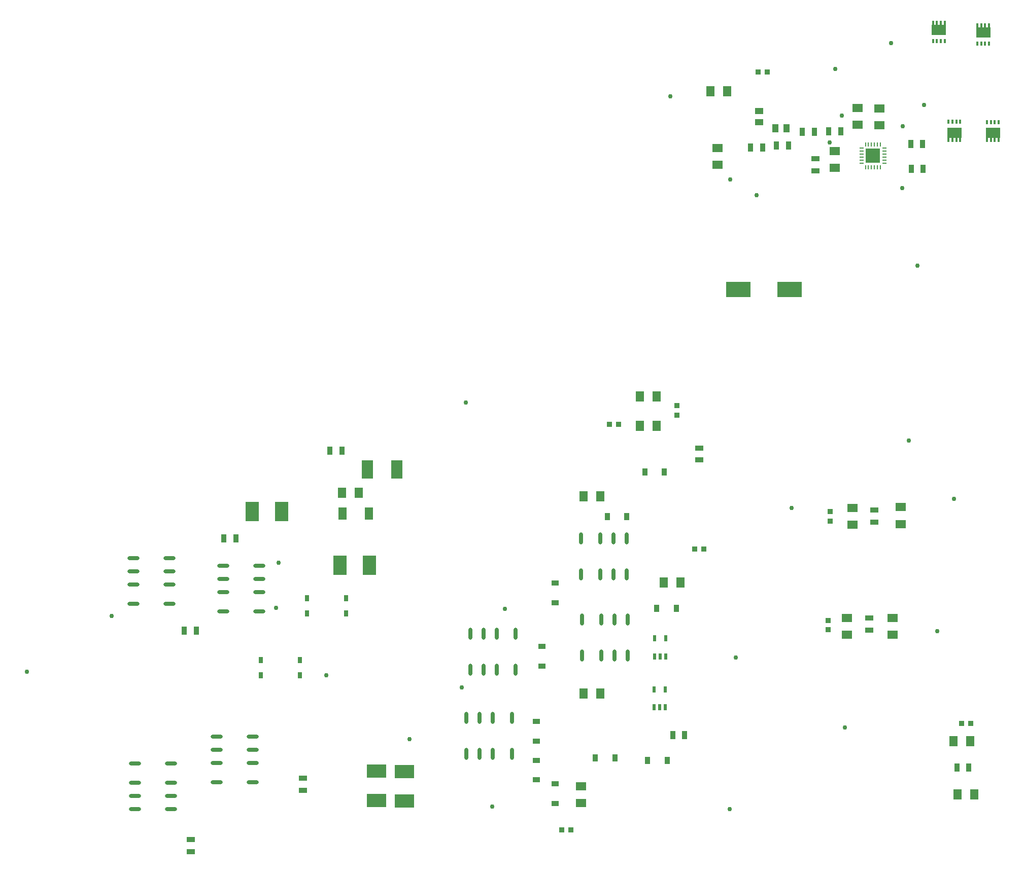
<source format=gtp>
G04*
G04 #@! TF.GenerationSoftware,Altium Limited,Altium Designer,21.7.2 (23)*
G04*
G04 Layer_Color=8421504*
%FSLAX25Y25*%
%MOIN*%
G70*
G04*
G04 #@! TF.SameCoordinates,E30EF456-83D5-485C-94B1-8EC378115786*
G04*
G04*
G04 #@! TF.FilePolarity,Positive*
G04*
G01*
G75*
%ADD17R,0.01654X0.02756*%
%ADD18R,0.09331X0.06732*%
%ADD19C,0.03000*%
%ADD20O,0.02756X0.07874*%
%ADD21R,0.04803X0.03583*%
%ADD22R,0.03543X0.05315*%
%ADD23R,0.00984X0.02756*%
%ADD24R,0.09646X0.09646*%
%ADD25R,0.02756X0.00984*%
%ADD26R,0.06890X0.05709*%
%ADD27R,0.05709X0.06890*%
%ADD28R,0.12795X0.08661*%
%ADD29O,0.07874X0.02756*%
%ADD30R,0.08661X0.12795*%
%ADD31R,0.03583X0.04803*%
%ADD32R,0.05315X0.03543*%
%ADD33R,0.03543X0.03740*%
%ADD34R,0.03740X0.03543*%
%ADD35R,0.02362X0.03937*%
%ADD36R,0.07717X0.12402*%
%ADD37R,0.05512X0.08268*%
%ADD38R,0.03150X0.03937*%
%ADD39R,0.16339X0.09843*%
%ADD40R,0.04134X0.05512*%
%ADD41R,0.05512X0.04134*%
D17*
X659941Y-101083D02*
D03*
X662500D02*
D03*
X665059D02*
D03*
X667618D02*
D03*
Y-112894D02*
D03*
X665059D02*
D03*
X659941D02*
D03*
X662500D02*
D03*
X637303Y-112795D02*
D03*
X634744D02*
D03*
X639862D02*
D03*
X642421D02*
D03*
Y-100984D02*
D03*
X639862D02*
D03*
X637303D02*
D03*
X634744D02*
D03*
X661319Y-49409D02*
D03*
X658760D02*
D03*
X656201D02*
D03*
X653642D02*
D03*
Y-37598D02*
D03*
X656201D02*
D03*
X661319D02*
D03*
X658760D02*
D03*
X629626Y-35925D02*
D03*
X632185D02*
D03*
X627067D02*
D03*
X624508D02*
D03*
Y-47736D02*
D03*
X627067D02*
D03*
X629626D02*
D03*
X632185D02*
D03*
D18*
X663779Y-108268D02*
D03*
X638583Y-108169D02*
D03*
X657480Y-42224D02*
D03*
X628346Y-40551D02*
D03*
D19*
X618504Y-89764D02*
D03*
X508661Y-149213D02*
D03*
X451968Y-84252D02*
D03*
X560236Y-66142D02*
D03*
X556693Y-114567D02*
D03*
X491339Y-138976D02*
D03*
X604331Y-144488D02*
D03*
X604724Y-103937D02*
D03*
X608661Y-310630D02*
D03*
X638189Y-348819D02*
D03*
X597047Y-49016D02*
D03*
X614173Y-195669D02*
D03*
X566535Y-499213D02*
D03*
X564567Y-96850D02*
D03*
X335039Y-551181D02*
D03*
X192913Y-420472D02*
D03*
X343307Y-421260D02*
D03*
X194488Y-390945D02*
D03*
X225984Y-464961D02*
D03*
X314961Y-472835D02*
D03*
X317717Y-285433D02*
D03*
X531496Y-354724D02*
D03*
X490945Y-552756D02*
D03*
X85039Y-425984D02*
D03*
X627165Y-435827D02*
D03*
X494882Y-453150D02*
D03*
X280709Y-506693D02*
D03*
X29134Y-462598D02*
D03*
D20*
X348031Y-492913D02*
D03*
X335433D02*
D03*
X326772D02*
D03*
X318110D02*
D03*
X348031Y-516535D02*
D03*
X335433Y-516535D02*
D03*
X326772D02*
D03*
X318110D02*
D03*
X350394Y-437402D02*
D03*
X337795D02*
D03*
X329134D02*
D03*
X320472D02*
D03*
X350394Y-461024D02*
D03*
X337795Y-461024D02*
D03*
X329134D02*
D03*
X320472D02*
D03*
X423228Y-374803D02*
D03*
X414567D02*
D03*
X405905D02*
D03*
X393307Y-374803D02*
D03*
X423228Y-398425D02*
D03*
X414567D02*
D03*
X405905D02*
D03*
X393307D02*
D03*
X394094Y-451968D02*
D03*
X406693D02*
D03*
X415354D02*
D03*
X424016D02*
D03*
X394094Y-428346D02*
D03*
X406693Y-428346D02*
D03*
X415354D02*
D03*
X424016D02*
D03*
D21*
X363779Y-495118D02*
D03*
Y-508032D02*
D03*
X367717Y-445905D02*
D03*
Y-458819D02*
D03*
X376378Y-536299D02*
D03*
Y-549213D02*
D03*
Y-417087D02*
D03*
Y-404173D02*
D03*
X363779Y-520709D02*
D03*
Y-533622D02*
D03*
D22*
X555905Y-107087D02*
D03*
X563779D02*
D03*
X140551Y-435433D02*
D03*
X132677D02*
D03*
X504724Y-117717D02*
D03*
X512598D02*
D03*
X521654Y-116535D02*
D03*
X529528D02*
D03*
X617717Y-115354D02*
D03*
X609842D02*
D03*
X618110Y-131890D02*
D03*
X610236D02*
D03*
X546457Y-107480D02*
D03*
X538583D02*
D03*
X461417Y-504331D02*
D03*
X453543D02*
D03*
X158661Y-374803D02*
D03*
X166535D02*
D03*
X236221Y-317323D02*
D03*
X228346D02*
D03*
X648032Y-525541D02*
D03*
X640158D02*
D03*
D23*
X586024Y-130709D02*
D03*
X589961D02*
D03*
X582087D02*
D03*
X587992D02*
D03*
X584055D02*
D03*
X580118D02*
D03*
X586024Y-115748D02*
D03*
X584055D02*
D03*
X580118D02*
D03*
X582087D02*
D03*
X587992D02*
D03*
X589961D02*
D03*
D24*
X585039Y-123228D02*
D03*
D25*
X592520Y-118307D02*
D03*
Y-120276D02*
D03*
Y-122244D02*
D03*
Y-124213D02*
D03*
Y-126181D02*
D03*
Y-128150D02*
D03*
X577559D02*
D03*
Y-126181D02*
D03*
Y-124213D02*
D03*
Y-122244D02*
D03*
Y-120276D02*
D03*
Y-118307D02*
D03*
D26*
X559842Y-120079D02*
D03*
Y-131102D02*
D03*
X393307Y-548819D02*
D03*
Y-537795D02*
D03*
X589370Y-92126D02*
D03*
Y-103150D02*
D03*
X574803Y-91732D02*
D03*
Y-102756D02*
D03*
X603150Y-354331D02*
D03*
Y-365354D02*
D03*
X571654Y-365748D02*
D03*
Y-354724D02*
D03*
X568110Y-438189D02*
D03*
Y-427165D02*
D03*
X598032D02*
D03*
Y-438189D02*
D03*
X483071Y-118110D02*
D03*
Y-129134D02*
D03*
D27*
X478346Y-80709D02*
D03*
X489370D02*
D03*
X431890Y-300787D02*
D03*
X442913D02*
D03*
X394882Y-347244D02*
D03*
X405905D02*
D03*
Y-476772D02*
D03*
X394882D02*
D03*
X637795Y-508268D02*
D03*
X648819D02*
D03*
X640551Y-543307D02*
D03*
X651575D02*
D03*
X431890Y-281496D02*
D03*
X442913D02*
D03*
X458661Y-403937D02*
D03*
X447638D02*
D03*
X247244Y-344882D02*
D03*
X236221D02*
D03*
D28*
X259055Y-527756D02*
D03*
Y-547047D02*
D03*
X277165Y-547441D02*
D03*
Y-528150D02*
D03*
D29*
X124016Y-552756D02*
D03*
Y-544095D02*
D03*
Y-535433D02*
D03*
X124016Y-522835D02*
D03*
X100394Y-552756D02*
D03*
Y-544095D02*
D03*
Y-535433D02*
D03*
Y-522835D02*
D03*
X153937Y-505118D02*
D03*
Y-513779D02*
D03*
Y-522441D02*
D03*
X153937Y-535039D02*
D03*
X177559Y-505118D02*
D03*
Y-513779D02*
D03*
Y-522441D02*
D03*
Y-535039D02*
D03*
X158268Y-392913D02*
D03*
Y-401575D02*
D03*
Y-410236D02*
D03*
X158268Y-422835D02*
D03*
X181890Y-392913D02*
D03*
Y-401575D02*
D03*
Y-410236D02*
D03*
Y-422835D02*
D03*
X99213Y-387795D02*
D03*
Y-396457D02*
D03*
Y-405118D02*
D03*
X99213Y-417717D02*
D03*
X122835Y-387795D02*
D03*
Y-396457D02*
D03*
Y-405118D02*
D03*
Y-417717D02*
D03*
D30*
X196457Y-357087D02*
D03*
X177165D02*
D03*
X234842Y-392520D02*
D03*
X254134D02*
D03*
D31*
X455905Y-420866D02*
D03*
X442992D02*
D03*
X410472Y-360630D02*
D03*
X423386D02*
D03*
X437087Y-520866D02*
D03*
X450000D02*
D03*
X402598Y-519291D02*
D03*
X415512D02*
D03*
X448032Y-331102D02*
D03*
X435118D02*
D03*
D32*
X547244Y-125197D02*
D03*
Y-133071D02*
D03*
X470866Y-323228D02*
D03*
Y-315354D02*
D03*
X210630Y-540551D02*
D03*
Y-532677D02*
D03*
X585827Y-364173D02*
D03*
Y-356299D02*
D03*
X582677Y-435039D02*
D03*
Y-427165D02*
D03*
X137008Y-572835D02*
D03*
Y-580709D02*
D03*
D33*
X467815Y-381890D02*
D03*
X473917D02*
D03*
X411909Y-300000D02*
D03*
X418012D02*
D03*
X380512Y-566535D02*
D03*
X386614D02*
D03*
X643307Y-496457D02*
D03*
X649409D02*
D03*
X509547Y-68110D02*
D03*
X515650D02*
D03*
D34*
X456299Y-287598D02*
D03*
Y-293701D02*
D03*
X557087Y-357283D02*
D03*
Y-363386D02*
D03*
X555512Y-428740D02*
D03*
Y-434842D02*
D03*
D35*
X448622Y-485827D02*
D03*
X441142D02*
D03*
X448622Y-474016D02*
D03*
X441142D02*
D03*
X444882Y-485827D02*
D03*
X449016Y-452362D02*
D03*
X441535D02*
D03*
X449016Y-440551D02*
D03*
X441535D02*
D03*
X445276Y-452362D02*
D03*
D36*
X252933Y-329528D02*
D03*
X272264D02*
D03*
D37*
X236614Y-358661D02*
D03*
X253937D02*
D03*
D38*
X208465Y-464843D02*
D03*
Y-454843D02*
D03*
X182874Y-464843D02*
D03*
Y-454843D02*
D03*
X213189Y-414291D02*
D03*
Y-424291D02*
D03*
X238779Y-414291D02*
D03*
Y-424291D02*
D03*
D39*
X530217Y-211024D02*
D03*
X496555D02*
D03*
D40*
X520866Y-105118D02*
D03*
X528346D02*
D03*
D41*
X510236Y-93701D02*
D03*
Y-101181D02*
D03*
M02*

</source>
